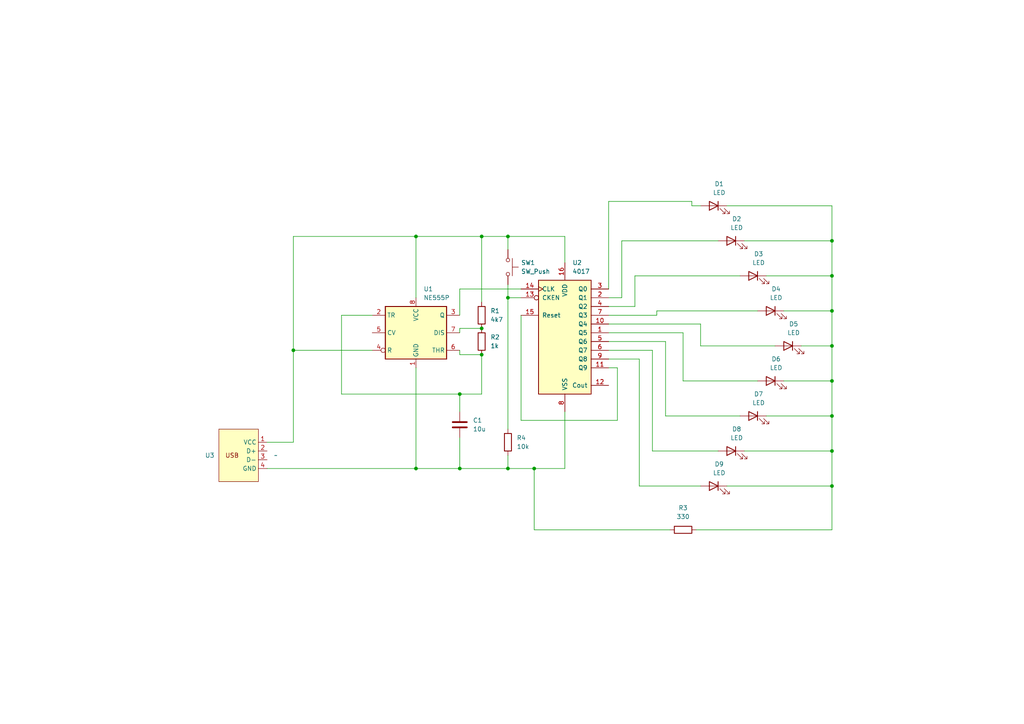
<source format=kicad_sch>
(kicad_sch (version 20250114) (generator "eeschema") (generator_version "9.0")
  (paper "A4")
  (lib_symbols
    (symbol "4xxx:4017" (pin_names (offset 1.016))
      (property "Reference" "U" (at -7.62 16.51 0))
      (property "Value" "4017" (at -7.62 -19.05 0))
      (symbol "4017_1_0"
        (pin input clock (at -12.7 12.7 0) (length 5.08) (name "CLK") (number "14"))
        (pin input inverted (at -12.7 10.16 0) (length 5.08) (name "CKEN") (number "13"))
        (pin input line (at -12.7 5.08 0) (length 5.08) (name "Reset") (number "15"))
        (pin power_in line (at 0 20.32 270) (length 5.08) (name "VDD") (number "16"))
        (pin power_in line (at 0 -22.86 90) (length 5.08) (name "VSS") (number "8"))
        (pin output line (at 12.7 12.7 180) (length 5.08) (name "Q0") (number "3"))
        (pin output line (at 12.7 10.16 180) (length 5.08) (name "Q1") (number "2"))
        (pin output line (at 12.7 7.62 180) (length 5.08) (name "Q2") (number "4"))
        (pin output line (at 12.7 5.08 180) (length 5.08) (name "Q3") (number "7"))
        (pin output line (at 12.7 2.54 180) (length 5.08) (name "Q4") (number "10"))
        (pin output line (at 12.7 0 180) (length 5.08) (name "Q5") (number "1"))
        (pin output line (at 12.7 -2.54 180) (length 5.08) (name "Q6") (number "5"))
        (pin output line (at 12.7 -5.08 180) (length 5.08) (name "Q7") (number "6"))
        (pin output line (at 12.7 -7.62 180) (length 5.08) (name "Q8") (number "9"))
        (pin output line (at 12.7 -10.16 180) (length 5.08) (name "Q9") (number "11"))
        (pin output line (at 12.7 -15.24 180) (length 5.08) (name "Cout") (number "12"))
      )
      (symbol "4017_1_1"
        (rectangle (start -7.62 15.24) (end 7.62 -17.78) (stroke (width 0.254)) (fill (type background)))
      )
    )
    (symbol "Device:C" (pin_numbers (hide yes)) (pin_names (offset 0.254))
      (property "Reference" "C" (at 0.635 2.54 0))
      (property "Value" "C" (at 0.635 -2.54 0))
      (symbol "C_0_1"
        (polyline (pts (xy -2.032 0.762) (xy 2.032 0.762)) (stroke (width 0.508)))
        (polyline (pts (xy -2.032 -0.762) (xy 2.032 -0.762)) (stroke (width 0.508)))
      )
      (symbol "C_1_1"
        (pin passive line (at 0 3.81 270) (length 2.794) (name "~") (number "1"))
        (pin passive line (at 0 -3.81 90) (length 2.794) (name "~") (number "2"))
      )
    )
    (symbol "Device:LED" (pin_numbers (hide yes)) (pin_names (offset 1.016) (hide yes))
      (property "Reference" "D" (at 0 2.54 0))
      (property "Value" "LED" (at 0 -2.54 0))
      (symbol "LED_0_1"
        (polyline (pts (xy -3.048 -0.762) (xy -4.572 -2.286) (xy -3.81 -2.286) (xy -4.572 -2.286) (xy -4.572 -1.524)))
        (polyline (pts (xy -1.778 -0.762) (xy -3.302 -2.286) (xy -2.54 -2.286) (xy -3.302 -2.286) (xy -3.302 -1.524)))
        (polyline (pts (xy -1.27 0) (xy 1.27 0)))
        (polyline (pts (xy -1.27 -1.27) (xy -1.27 1.27)) (stroke (width 0.254)))
        (polyline (pts (xy 1.27 -1.27) (xy 1.27 1.27) (xy -1.27 0) (xy 1.27 -1.27)) (stroke (width 0.254)))
      )
      (symbol "LED_1_1"
        (pin passive line (at -3.81 0 0) (length 2.54) (name "K") (number "1"))
        (pin passive line (at 3.81 0 180) (length 2.54) (name "A") (number "2"))
      )
    )
    (symbol "Device:R" (pin_numbers (hide yes)) (pin_names (offset 0))
      (property "Reference" "R" (at 2.032 0 90))
      (property "Value" "R" (at 0 0 90))
      (symbol "R_0_1"
        (rectangle (start -1.016 -2.54) (end 1.016 2.54) (stroke (width 0.254)))
      )
      (symbol "R_1_1"
        (pin passive line (at 0 3.81 270) (length 1.27) (name "~") (number "1"))
        (pin passive line (at 0 -3.81 90) (length 1.27) (name "~") (number "2"))
      )
    )
    (symbol "Switch:SW_Push" (pin_numbers (hide yes)) (pin_names (offset 1.016) (hide yes))
      (property "Reference" "SW" (at 1.27 2.54 0))
      (property "Value" "SW_Push" (at 0 -1.524 0))
      (symbol "SW_Push_0_1"
        (circle (center -2.032 0) (radius 0.508))
        (polyline (pts (xy 0 1.27) (xy 0 3.048)))
        (circle (center 2.032 0) (radius 0.508))
        (polyline (pts (xy 2.54 1.27) (xy -2.54 1.27)))
        (pin passive line (at -5.08 0 0) (length 2.54) (name "1") (number "1"))
        (pin passive line (at 5.08 0 180) (length 2.54) (name "2") (number "2"))
      )
    )
    (symbol "Timer:NE555P"
      (property "Reference" "U" (at -10.16 8.89 0))
      (property "Value" "NE555P" (at 2.54 8.89 0))
      (symbol "NE555P_0_0"
        (pin power_in line (at 0 10.16 270) (length 2.54) (name "VCC") (number "8"))
        (pin power_in line (at 0 -10.16 90) (length 2.54) (name "GND") (number "1"))
      )
      (symbol "NE555P_0_1"
        (rectangle (start -8.89 -7.62) (end 8.89 7.62) (stroke (width 0.254)) (fill (type background)))
        (rectangle (start -8.89 -7.62) (end 8.89 7.62) (stroke (width 0.254)) (fill (type background)))
      )
      (symbol "NE555P_1_1"
        (pin input line (at -12.7 5.08 0) (length 3.81) (name "TR") (number "2"))
        (pin input line (at -12.7 0 0) (length 3.81) (name "CV") (number "5"))
        (pin input inverted (at -12.7 -5.08 0) (length 3.81) (name "R") (number "4"))
        (pin output line (at 12.7 5.08 180) (length 3.81) (name "Q") (number "3"))
        (pin input line (at 12.7 0 180) (length 3.81) (name "DIS") (number "7"))
        (pin input line (at 12.7 -5.08 180) (length 3.81) (name "THR") (number "6"))
      )
    )
    (symbol "custom_symbol_library:PCB_USB_CONNECTOR"
      (property "Reference" "U" (at 0 0 0))
      (symbol "PCB_USB_CONNECTOR_1_1"
        (rectangle (start 5.08 7.62) (end 16.51 -7.62) (fill (type background)))
        (text "USB" (at 12.7 0 0) (effects (font (size 1.27 1.27))))
        (pin power_in line (at 2.54 3.81 0) (length 2.54) (name "VCC") (number "1"))
        (pin bidirectional line (at 2.54 1.27 0) (length 2.54) (name "D+") (number "2"))
        (pin bidirectional line (at 2.54 -1.27 0) (length 2.54) (name "D-") (number "3"))
        (pin power_in line (at 2.54 -3.81 0) (length 2.54) (name "GND") (number "4"))
      )
    )
  )
  (junction (at 241.3 80.01))
  (junction (at 133.35 114.3))
  (junction (at 133.35 135.89))
  (junction (at 241.3 140.97))
  (junction (at 139.7 102.87))
  (junction (at 241.3 100.33))
  (junction (at 241.3 130.81))
  (junction (at 120.65 68.58))
  (junction (at 147.32 135.89))
  (junction (at 154.94 135.89))
  (junction (at 147.32 68.58))
  (junction (at 139.7 68.58))
  (junction (at 85.09 101.6))
  (junction (at 241.3 90.17))
  (junction (at 120.65 135.89))
  (junction (at 139.7 95.25))
  (junction (at 241.3 120.65))
  (junction (at 241.3 110.49))
  (junction (at 241.3 69.85))
  (junction (at 147.32 86.36))
  (wire (pts (xy 190.5 91.44) (xy 190.5 90.17)))
  (wire (pts (xy 85.09 101.6) (xy 85.09 128.27)))
  (wire (pts (xy 176.53 99.06) (xy 193.04 99.06)))
  (wire (pts (xy 176.53 104.14) (xy 185.42 104.14)))
  (wire (pts (xy 241.3 69.85) (xy 241.3 80.01)))
  (wire (pts (xy 241.3 59.69) (xy 241.3 69.85)))
  (wire (pts (xy 85.09 128.27) (xy 77.47 128.27)))
  (wire (pts (xy 85.09 101.6) (xy 107.95 101.6)))
  (wire (pts (xy 193.04 120.65) (xy 214.63 120.65)))
  (wire (pts (xy 154.94 135.89) (xy 163.83 135.89)))
  (wire (pts (xy 200.66 59.69) (xy 203.2 59.69)))
  (wire (pts (xy 176.53 58.42) (xy 200.66 58.42)))
  (wire (pts (xy 151.13 121.92) (xy 151.13 91.44)))
  (wire (pts (xy 133.35 114.3) (xy 133.35 119.38)))
  (wire (pts (xy 241.3 120.65) (xy 241.3 130.81)))
  (wire (pts (xy 120.65 68.58) (xy 120.65 86.36)))
  (wire (pts (xy 151.13 86.36) (xy 147.32 86.36)))
  (wire (pts (xy 133.35 83.82) (xy 133.35 91.44)))
  (wire (pts (xy 163.83 68.58) (xy 163.83 76.2)))
  (wire (pts (xy 179.07 106.68) (xy 179.07 121.92)))
  (wire (pts (xy 176.53 93.98) (xy 203.2 93.98)))
  (wire (pts (xy 232.41 100.33) (xy 241.3 100.33)))
  (wire (pts (xy 241.3 90.17) (xy 241.3 100.33)))
  (wire (pts (xy 241.3 140.97) (xy 241.3 153.67)))
  (wire (pts (xy 147.32 82.55) (xy 147.32 86.36)))
  (wire (pts (xy 210.82 140.97) (xy 241.3 140.97)))
  (wire (pts (xy 139.7 95.25) (xy 133.35 95.25)))
  (wire (pts (xy 222.25 80.01) (xy 241.3 80.01)))
  (wire (pts (xy 179.07 121.92) (xy 151.13 121.92)))
  (wire (pts (xy 176.53 86.36) (xy 180.34 86.36)))
  (wire (pts (xy 107.95 91.44) (xy 99.06 91.44)))
  (wire (pts (xy 185.42 140.97) (xy 203.2 140.97)))
  (wire (pts (xy 154.94 135.89) (xy 154.94 153.67)))
  (wire (pts (xy 133.35 114.3) (xy 139.7 114.3)))
  (wire (pts (xy 120.65 135.89) (xy 133.35 135.89)))
  (wire (pts (xy 133.35 95.25) (xy 133.35 96.52)))
  (wire (pts (xy 147.32 68.58) (xy 147.32 72.39)))
  (wire (pts (xy 139.7 68.58) (xy 139.7 87.63)))
  (wire (pts (xy 203.2 100.33) (xy 224.79 100.33)))
  (wire (pts (xy 77.47 135.89) (xy 120.65 135.89)))
  (wire (pts (xy 200.66 58.42) (xy 200.66 59.69)))
  (wire (pts (xy 215.9 69.85) (xy 241.3 69.85)))
  (wire (pts (xy 133.35 127) (xy 133.35 135.89)))
  (wire (pts (xy 194.31 153.67) (xy 154.94 153.67)))
  (wire (pts (xy 120.65 106.68) (xy 120.65 135.89)))
  (wire (pts (xy 179.07 106.68) (xy 176.53 106.68)))
  (wire (pts (xy 120.65 68.58) (xy 139.7 68.58)))
  (wire (pts (xy 190.5 90.17) (xy 219.71 90.17)))
  (wire (pts (xy 85.09 101.6) (xy 85.09 68.58)))
  (wire (pts (xy 139.7 68.58) (xy 147.32 68.58)))
  (wire (pts (xy 189.23 101.6) (xy 189.23 130.81)))
  (wire (pts (xy 180.34 86.36) (xy 180.34 69.85)))
  (wire (pts (xy 241.3 80.01) (xy 241.3 90.17)))
  (wire (pts (xy 198.12 110.49) (xy 219.71 110.49)))
  (wire (pts (xy 184.15 88.9) (xy 184.15 80.01)))
  (wire (pts (xy 227.33 110.49) (xy 241.3 110.49)))
  (wire (pts (xy 185.42 104.14) (xy 185.42 140.97)))
  (wire (pts (xy 227.33 90.17) (xy 241.3 90.17)))
  (wire (pts (xy 176.53 88.9) (xy 184.15 88.9)))
  (wire (pts (xy 147.32 135.89) (xy 154.94 135.89)))
  (wire (pts (xy 203.2 93.98) (xy 203.2 100.33)))
  (wire (pts (xy 222.25 120.65) (xy 241.3 120.65)))
  (wire (pts (xy 163.83 135.89) (xy 163.83 119.38)))
  (wire (pts (xy 210.82 59.69) (xy 241.3 59.69)))
  (wire (pts (xy 139.7 102.87) (xy 133.35 102.87)))
  (wire (pts (xy 133.35 83.82) (xy 151.13 83.82)))
  (wire (pts (xy 133.35 135.89) (xy 147.32 135.89)))
  (wire (pts (xy 241.3 153.67) (xy 201.93 153.67)))
  (wire (pts (xy 193.04 99.06) (xy 193.04 120.65)))
  (wire (pts (xy 99.06 114.3) (xy 133.35 114.3)))
  (wire (pts (xy 147.32 86.36) (xy 147.32 124.46)))
  (wire (pts (xy 198.12 96.52) (xy 198.12 110.49)))
  (wire (pts (xy 147.32 132.08) (xy 147.32 135.89)))
  (wire (pts (xy 176.53 83.82) (xy 176.53 58.42)))
  (wire (pts (xy 139.7 102.87) (xy 139.7 114.3)))
  (wire (pts (xy 241.3 130.81) (xy 241.3 140.97)))
  (wire (pts (xy 180.34 69.85) (xy 208.28 69.85)))
  (wire (pts (xy 99.06 91.44) (xy 99.06 114.3)))
  (wire (pts (xy 85.09 68.58) (xy 120.65 68.58)))
  (wire (pts (xy 215.9 130.81) (xy 241.3 130.81)))
  (wire (pts (xy 176.53 101.6) (xy 189.23 101.6)))
  (wire (pts (xy 147.32 68.58) (xy 163.83 68.58)))
  (wire (pts (xy 176.53 96.52) (xy 198.12 96.52)))
  (wire (pts (xy 241.3 100.33) (xy 241.3 110.49)))
  (wire (pts (xy 176.53 91.44) (xy 190.5 91.44)))
  (wire (pts (xy 241.3 110.49) (xy 241.3 120.65)))
  (wire (pts (xy 184.15 80.01) (xy 214.63 80.01)))
  (wire (pts (xy 133.35 102.87) (xy 133.35 101.6)))
  (wire (pts (xy 189.23 130.81) (xy 208.28 130.81)))
  (symbol (lib_id "Timer:NE555P") (at 120.65 96.52 0) (unit 1)
    (property "Reference" "U1" (at 122.8441 83.82 0) (effects (justify left)))
    (property "Value" "NE555P" (at 122.8441 86.36 0) (effects (justify left)))
    (property "Footprint" "Package_DIP:DIP-8_W7.62mm" (effects (hide yes)))
    (property "Datasheet" "http://www.ti.com/lit/ds/symlink/ne555.pdf" (effects (hide yes)))
  )
  (symbol (lib_id "Device:LED") (at 207.01 59.69 0) (mirror y) (unit 1)
    (property "Reference" "D1" (at 208.5975 53.34 0))
    (property "Value" "LED" (at 208.5975 55.88 0))
    (property "Footprint" "LED_SMD:LED_1210_3225Metric_Pad1.42x2.65mm_HandSolder" (effects (hide yes)))
  )
  (symbol (lib_id "custom_symbol_library:PCB_USB_CONNECTOR") (at 80.01 132.08 0) (mirror y) (unit 1)
    (property "Reference" "U3" (at 62.23 132.08 0) (effects (justify left)))
    (property "Value" "~" (at 80.01 132.08 0))
    (property "Footprint" "custom_footprint_library:PCB_USB_connector" (effects (hide yes)))
  )
  (symbol (lib_id "Device:R") (at 139.7 91.44 0) (unit 1)
    (property "Reference" "R1" (at 142.24 90.1699 0) (effects (justify left)))
    (property "Value" "4k7" (at 142.24 92.7099 0) (effects (justify left)))
    (property "Footprint" "Resistor_SMD:R_0805_2012Metric_Pad1.20x1.40mm_HandSolder" (effects (hide yes)))
  )
  (symbol (lib_id "Device:LED") (at 228.6 100.33 0) (mirror y) (unit 1)
    (property "Reference" "D5" (at 230.1875 93.98 0))
    (property "Value" "LED" (at 230.1875 96.52 0))
    (property "Footprint" "LED_SMD:LED_1210_3225Metric_Pad1.42x2.65mm_HandSolder" (effects (hide yes)))
  )
  (symbol (lib_id "Device:LED") (at 223.52 110.49 0) (mirror y) (unit 1)
    (property "Reference" "D6" (at 225.1075 104.14 0))
    (property "Value" "LED" (at 225.1075 106.68 0))
    (property "Footprint" "LED_SMD:LED_1210_3225Metric_Pad1.42x2.65mm_HandSolder" (effects (hide yes)))
  )
  (symbol (lib_id "Device:LED") (at 223.52 90.17 0) (mirror y) (unit 1)
    (property "Reference" "D4" (at 225.1075 83.82 0))
    (property "Value" "LED" (at 225.1075 86.36 0))
    (property "Footprint" "LED_SMD:LED_1210_3225Metric_Pad1.42x2.65mm_HandSolder" (effects (hide yes)))
  )
  (symbol (lib_id "Device:LED") (at 212.09 130.81 0) (mirror y) (unit 1)
    (property "Reference" "D8" (at 213.6775 124.46 0))
    (property "Value" "LED" (at 213.6775 127 0))
    (property "Footprint" "LED_SMD:LED_1210_3225Metric_Pad1.42x2.65mm_HandSolder" (effects (hide yes)))
  )
  (symbol (lib_id "Device:LED") (at 218.44 80.01 0) (mirror y) (unit 1)
    (property "Reference" "D3" (at 220.0275 73.66 0))
    (property "Value" "LED" (at 220.0275 76.2 0))
    (property "Footprint" "LED_SMD:LED_1210_3225Metric_Pad1.42x2.65mm_HandSolder" (effects (hide yes)))
  )
  (symbol (lib_id "Device:LED") (at 212.09 69.85 0) (mirror y) (unit 1)
    (property "Reference" "D2" (at 213.6775 63.5 0))
    (property "Value" "LED" (at 213.6775 66.04 0))
    (property "Footprint" "LED_SMD:LED_1210_3225Metric_Pad1.42x2.65mm_HandSolder" (effects (hide yes)))
  )
  (symbol (lib_id "Device:LED") (at 207.01 140.97 0) (mirror y) (unit 1)
    (property "Reference" "D9" (at 208.5975 134.62 0))
    (property "Value" "LED" (at 208.5975 137.16 0))
    (property "Footprint" "LED_SMD:LED_1210_3225Metric_Pad1.42x2.65mm_HandSolder" (effects (hide yes)))
  )
  (symbol (lib_id "Device:C") (at 133.35 123.19 0) (unit 1)
    (property "Reference" "C1" (at 137.16 121.9199 0) (effects (justify left)))
    (property "Value" "10u" (at 137.16 124.4599 0) (effects (justify left)))
    (property "Footprint" "Capacitor_SMD:C_0805_2012Metric_Pad1.18x1.45mm_HandSolder" (effects (hide yes)))
  )
  (symbol (lib_id "Device:R") (at 139.7 99.06 0) (unit 1)
    (property "Reference" "R2" (at 142.24 97.7899 0) (effects (justify left)))
    (property "Value" "1k" (at 142.24 100.3299 0) (effects (justify left)))
    (property "Footprint" "Resistor_SMD:R_0805_2012Metric_Pad1.20x1.40mm_HandSolder" (effects (hide yes)))
  )
  (symbol (lib_id "Device:R") (at 147.32 128.27 0) (unit 1)
    (property "Reference" "R4" (at 149.86 126.9999 0) (effects (justify left)))
    (property "Value" "10k" (at 149.86 129.5399 0) (effects (justify left)))
    (property "Description" "Resistor" (effects (hide yes)))
  )
  (symbol (lib_id "Switch:SW_Push") (at 147.32 77.47 270) (unit 1)
    (property "Reference" "SW1" (at 151.13 76.1999 90) (effects (justify left)))
    (property "Value" "SW_Push" (at 151.13 78.7399 90) (effects (justify left)))
    (property "Description" "Push button switch, generic, two pins" (effects (hide yes)))
  )
  (symbol (lib_id "Device:R") (at 198.12 153.67 270) (unit 1)
    (property "Reference" "R3" (at 198.12 147.32 90))
    (property "Value" "330" (at 198.12 149.86 90))
    (property "Description" "Resistor" (effects (hide yes)))
  )
  (symbol (lib_id "4xxx:4017") (at 163.83 96.52 0) (unit 1)
    (property "Reference" "U2" (at 166.0241 76.2 0) (effects (justify left)))
    (property "Value" "4017" (at 166.0241 78.74 0) (effects (justify left)))
    (property "Footprint" "Package_DIP:DIP-16_W7.62mm" (effects (hide yes)))
    (property "Datasheet" "http://www.intersil.com/content/dam/Intersil/documents/cd40/cd4017bms-22bms.pdf" (effects (hide yes)))
  )
  (symbol (lib_id "Device:LED") (at 218.44 120.65 0) (mirror y) (unit 1)
    (property "Reference" "D7" (at 220.0275 114.3 0))
    (property "Value" "LED" (at 220.0275 116.84 0))
    (property "Footprint" "LED_SMD:LED_1210_3225Metric_Pad1.42x2.65mm_HandSolder" (effects (hide yes)))
  )
)
</source>
